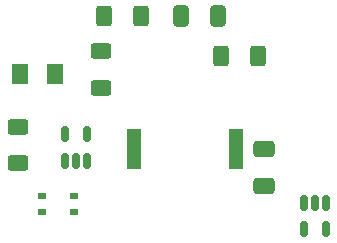
<source format=gbr>
%TF.GenerationSoftware,KiCad,Pcbnew,8.0.1*%
%TF.CreationDate,2024-05-29T15:36:32+02:00*%
%TF.ProjectId,TargetHitDetector,54617267-6574-4486-9974-446574656374,rev?*%
%TF.SameCoordinates,Original*%
%TF.FileFunction,Paste,Top*%
%TF.FilePolarity,Positive*%
%FSLAX46Y46*%
G04 Gerber Fmt 4.6, Leading zero omitted, Abs format (unit mm)*
G04 Created by KiCad (PCBNEW 8.0.1) date 2024-05-29 15:36:32*
%MOMM*%
%LPD*%
G01*
G04 APERTURE LIST*
G04 Aperture macros list*
%AMRoundRect*
0 Rectangle with rounded corners*
0 $1 Rounding radius*
0 $2 $3 $4 $5 $6 $7 $8 $9 X,Y pos of 4 corners*
0 Add a 4 corners polygon primitive as box body*
4,1,4,$2,$3,$4,$5,$6,$7,$8,$9,$2,$3,0*
0 Add four circle primitives for the rounded corners*
1,1,$1+$1,$2,$3*
1,1,$1+$1,$4,$5*
1,1,$1+$1,$6,$7*
1,1,$1+$1,$8,$9*
0 Add four rect primitives between the rounded corners*
20,1,$1+$1,$2,$3,$4,$5,0*
20,1,$1+$1,$4,$5,$6,$7,0*
20,1,$1+$1,$6,$7,$8,$9,0*
20,1,$1+$1,$8,$9,$2,$3,0*%
G04 Aperture macros list end*
%ADD10RoundRect,0.150000X0.150000X-0.512500X0.150000X0.512500X-0.150000X0.512500X-0.150000X-0.512500X0*%
%ADD11RoundRect,0.250000X0.625000X-0.400000X0.625000X0.400000X-0.625000X0.400000X-0.625000X-0.400000X0*%
%ADD12R,0.700000X0.600000*%
%ADD13RoundRect,0.250001X0.462499X0.624999X-0.462499X0.624999X-0.462499X-0.624999X0.462499X-0.624999X0*%
%ADD14RoundRect,0.250000X0.650000X-0.412500X0.650000X0.412500X-0.650000X0.412500X-0.650000X-0.412500X0*%
%ADD15RoundRect,0.250000X-0.400000X-0.625000X0.400000X-0.625000X0.400000X0.625000X-0.400000X0.625000X0*%
%ADD16R,1.300000X3.400000*%
%ADD17RoundRect,0.250000X0.412500X0.650000X-0.412500X0.650000X-0.412500X-0.650000X0.412500X-0.650000X0*%
%ADD18RoundRect,0.150000X-0.150000X0.512500X-0.150000X-0.512500X0.150000X-0.512500X0.150000X0.512500X0*%
%ADD19RoundRect,0.250000X0.400000X0.625000X-0.400000X0.625000X-0.400000X-0.625000X0.400000X-0.625000X0*%
%ADD20RoundRect,0.250000X-0.625000X0.400000X-0.625000X-0.400000X0.625000X-0.400000X0.625000X0.400000X0*%
G04 APERTURE END LIST*
D10*
%TO.C,U1*%
X135750000Y-99937500D03*
X136700000Y-99937500D03*
X137650000Y-99937500D03*
X137650000Y-97662500D03*
X135750000Y-97662500D03*
%TD*%
D11*
%TO.C,R3*%
X138800000Y-93750000D03*
X138800000Y-90650000D03*
%TD*%
D12*
%TO.C,D2*%
X136500000Y-104300000D03*
X136500000Y-102900000D03*
%TD*%
D13*
%TO.C,D4*%
X134887500Y-92600000D03*
X131912500Y-92600000D03*
%TD*%
D14*
%TO.C,C1*%
X152600000Y-102062500D03*
X152600000Y-98937500D03*
%TD*%
D15*
%TO.C,R5*%
X148950000Y-91100000D03*
X152050000Y-91100000D03*
%TD*%
D16*
%TO.C,BZ1*%
X141550000Y-98900000D03*
X150250000Y-98900000D03*
%TD*%
D12*
%TO.C,D1*%
X133800000Y-102900000D03*
X133800000Y-104300000D03*
%TD*%
D17*
%TO.C,C2*%
X148662500Y-87700000D03*
X145537500Y-87700000D03*
%TD*%
D18*
%TO.C,U2*%
X157850000Y-103462500D03*
X156900000Y-103462500D03*
X155950000Y-103462500D03*
X155950000Y-105737500D03*
X157850000Y-105737500D03*
%TD*%
D19*
%TO.C,R2*%
X142150000Y-87700000D03*
X139050000Y-87700000D03*
%TD*%
D20*
%TO.C,R1*%
X131800000Y-97050000D03*
X131800000Y-100150000D03*
%TD*%
M02*

</source>
